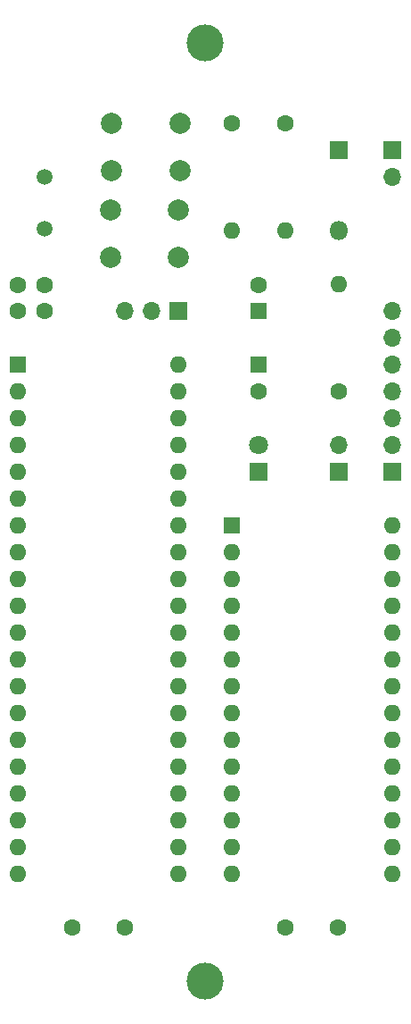
<source format=gbs>
%TF.GenerationSoftware,KiCad,Pcbnew,5.1.4-5.1.4*%
%TF.CreationDate,2019-08-21T12:35:07+10:00*%
%TF.ProjectId,8042board,38303432-626f-4617-9264-2e6b69636164,rev?*%
%TF.SameCoordinates,Original*%
%TF.FileFunction,Soldermask,Bot*%
%TF.FilePolarity,Negative*%
%FSLAX46Y46*%
G04 Gerber Fmt 4.6, Leading zero omitted, Abs format (unit mm)*
G04 Created by KiCad (PCBNEW 5.1.4-5.1.4) date 2019-08-21 12:35:07*
%MOMM*%
%LPD*%
G04 APERTURE LIST*
%ADD10O,1.600000X1.600000*%
%ADD11R,1.600000X1.600000*%
%ADD12O,1.700000X1.700000*%
%ADD13R,1.700000X1.700000*%
%ADD14C,1.500000*%
%ADD15C,3.500000*%
%ADD16C,1.600000*%
%ADD17C,2.000000*%
%ADD18O,1.800000X1.800000*%
%ADD19R,1.800000X1.800000*%
%ADD20C,1.800000*%
G04 APERTURE END LIST*
D10*
X177800000Y-68580000D03*
X162560000Y-101600000D03*
X177800000Y-71120000D03*
X162560000Y-99060000D03*
X177800000Y-73660000D03*
X162560000Y-96520000D03*
X177800000Y-76200000D03*
X162560000Y-93980000D03*
X177800000Y-78740000D03*
X162560000Y-91440000D03*
X177800000Y-81280000D03*
X162560000Y-88900000D03*
X177800000Y-83820000D03*
X162560000Y-86360000D03*
X177800000Y-86360000D03*
X162560000Y-83820000D03*
X177800000Y-88900000D03*
X162560000Y-81280000D03*
X177800000Y-91440000D03*
X162560000Y-78740000D03*
X177800000Y-93980000D03*
X162560000Y-76200000D03*
X177800000Y-96520000D03*
X162560000Y-73660000D03*
X177800000Y-99060000D03*
X162560000Y-71120000D03*
X177800000Y-101600000D03*
D11*
X162560000Y-68580000D03*
D10*
X157480000Y-53340000D03*
X142240000Y-101600000D03*
X157480000Y-55880000D03*
X142240000Y-99060000D03*
X157480000Y-58420000D03*
X142240000Y-96520000D03*
X157480000Y-60960000D03*
X142240000Y-93980000D03*
X157480000Y-63500000D03*
X142240000Y-91440000D03*
X157480000Y-66040000D03*
X142240000Y-88900000D03*
X157480000Y-68580000D03*
X142240000Y-86360000D03*
X157480000Y-71120000D03*
X142240000Y-83820000D03*
X157480000Y-73660000D03*
X142240000Y-81280000D03*
X157480000Y-76200000D03*
X142240000Y-78740000D03*
X157480000Y-78740000D03*
X142240000Y-76200000D03*
X157480000Y-81280000D03*
X142240000Y-73660000D03*
X157480000Y-83820000D03*
X142240000Y-71120000D03*
X157480000Y-86360000D03*
X142240000Y-68580000D03*
X157480000Y-88900000D03*
X142240000Y-66040000D03*
X157480000Y-91440000D03*
X142240000Y-63500000D03*
X157480000Y-93980000D03*
X142240000Y-60960000D03*
X157480000Y-96520000D03*
X142240000Y-58420000D03*
X157480000Y-99060000D03*
X142240000Y-55880000D03*
X157480000Y-101600000D03*
D11*
X142240000Y-53340000D03*
D12*
X172720000Y-60960000D03*
D13*
X172720000Y-63500000D03*
D14*
X144780000Y-40460000D03*
X144780000Y-35560000D03*
D15*
X160020000Y-111760000D03*
X160020000Y-22860000D03*
D12*
X177800000Y-35560000D03*
D13*
X177800000Y-33020000D03*
D12*
X177800000Y-48260000D03*
X177800000Y-50800000D03*
X177800000Y-53340000D03*
X177800000Y-55880000D03*
X177800000Y-58420000D03*
X177800000Y-60960000D03*
D13*
X177800000Y-63500000D03*
D16*
X165100000Y-45760000D03*
D11*
X165100000Y-48260000D03*
D17*
X150980000Y-43180000D03*
X150980000Y-38680000D03*
X157480000Y-43180000D03*
X157480000Y-38680000D03*
X157630000Y-30480000D03*
X157630000Y-34980000D03*
X151130000Y-30480000D03*
X151130000Y-34980000D03*
D10*
X162560000Y-40640000D03*
D16*
X162560000Y-30480000D03*
D10*
X167640000Y-40640000D03*
D16*
X167640000Y-30480000D03*
D10*
X172720000Y-45720000D03*
D16*
X172720000Y-55880000D03*
D12*
X152400000Y-48260000D03*
X154940000Y-48260000D03*
D13*
X157480000Y-48260000D03*
D18*
X172720000Y-40640000D03*
D19*
X172720000Y-33020000D03*
D20*
X165100000Y-60960000D03*
D19*
X165100000Y-63500000D03*
D16*
X147400000Y-106680000D03*
X152400000Y-106680000D03*
X172640000Y-106680000D03*
X167640000Y-106680000D03*
X142240000Y-45760000D03*
X142240000Y-48260000D03*
X144780000Y-45760000D03*
X144780000Y-48260000D03*
X165100000Y-55840000D03*
D11*
X165100000Y-53340000D03*
M02*

</source>
